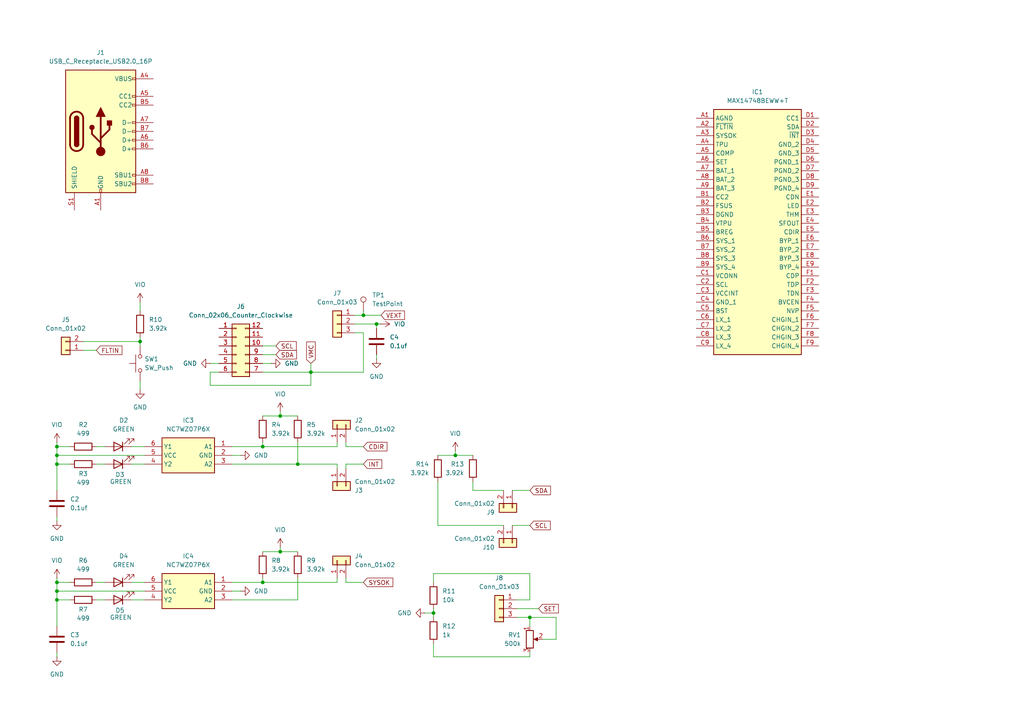
<source format=kicad_sch>
(kicad_sch (version 20250114) (generator "eeschema") (generator_version "9.0")
  (paper "A4")
  (lib_symbols
    (symbol "Connector:TestPoint" (pin_numbers (hide yes)) (pin_names (offset 0.762) (hide yes))
      (property "Reference" "TP" (at 0 6.858 0))
      (property "Value" "TestPoint" (at 0 5.08 0))
      (symbol "TestPoint_0_1"
        (circle (center 0 3.302) (radius 0.762))
      )
      (symbol "TestPoint_1_1"
        (pin passive line (at 0 0 90) (length 2.54) (name "1") (number "1"))
      )
    )
    (symbol "Connector:USB_C_Receptacle_USB2.0_16P" (pin_names (offset 1.016))
      (property "Reference" "J" (at 0 22.225 0))
      (property "Value" "USB_C_Receptacle_USB2.0_16P" (at 0 19.685 0))
      (symbol "USB_C_Receptacle_USB2.0_16P_0_0"
        (rectangle (start -0.254 -17.78) (end 0.254 -16.764))
        (rectangle (start 10.16 15.494) (end 9.144 14.986))
        (rectangle (start 10.16 10.414) (end 9.144 9.906))
        (rectangle (start 10.16 7.874) (end 9.144 7.366))
        (rectangle (start 10.16 2.794) (end 9.144 2.286))
        (rectangle (start 10.16 0.254) (end 9.144 -0.254))
        (rectangle (start 10.16 -2.286) (end 9.144 -2.794))
        (rectangle (start 10.16 -4.826) (end 9.144 -5.334))
        (rectangle (start 10.16 -12.446) (end 9.144 -12.954))
        (rectangle (start 10.16 -14.986) (end 9.144 -15.494))
      )
      (symbol "USB_C_Receptacle_USB2.0_16P_0_1"
        (rectangle (start -10.16 17.78) (end 10.16 -17.78) (stroke (width 0.254)) (fill (type background)))
        (polyline (pts (xy -8.89 -3.81) (xy -8.89 3.81)) (stroke (width 0.508)))
        (rectangle (start -7.62 -3.81) (end -6.35 3.81) (stroke (width 0.254)) (fill (type outline)))
        (arc (start -7.62 3.81) (mid -6.985 4.4423) (end -6.35 3.81) (stroke (width 0.254)))
        (arc (start -7.62 3.81) (mid -6.985 4.4423) (end -6.35 3.81) (stroke (width 0.254)) (fill (type outline)))
        (arc (start -8.89 3.81) (mid -6.985 5.7067) (end -5.08 3.81) (stroke (width 0.508)))
        (arc (start -5.08 -3.81) (mid -6.985 -5.7067) (end -8.89 -3.81) (stroke (width 0.508)))
        (arc (start -6.35 -3.81) (mid -6.985 -4.4423) (end -7.62 -3.81) (stroke (width 0.254)))
        (arc (start -6.35 -3.81) (mid -6.985 -4.4423) (end -7.62 -3.81) (stroke (width 0.254)) (fill (type outline)))
        (polyline (pts (xy -5.08 3.81) (xy -5.08 -3.81)) (stroke (width 0.508)))
        (circle (center -2.54 1.143) (radius 0.635) (stroke (width 0.254)) (fill (type outline)))
        (polyline (pts (xy -1.27 4.318) (xy 0 6.858) (xy 1.27 4.318) (xy -1.27 4.318)) (stroke (width 0.254)) (fill (type outline)))
        (polyline (pts (xy 0 -2.032) (xy 2.54 0.508) (xy 2.54 1.778)) (stroke (width 0.508)))
        (polyline (pts (xy 0 -3.302) (xy -2.54 -0.762) (xy -2.54 0.508)) (stroke (width 0.508)))
        (polyline (pts (xy 0 -5.842) (xy 0 4.318)) (stroke (width 0.508)))
        (circle (center 0 -5.842) (radius 1.27) (fill (type outline)))
        (rectangle (start 1.905 1.778) (end 3.175 3.048) (stroke (width 0.254)) (fill (type outline)))
      )
      (symbol "USB_C_Receptacle_USB2.0_16P_1_1"
        (pin passive line (at -7.62 -22.86 90) (length 5.08) (name "SHIELD") (number "S1"))
        (pin passive line (at 0 -22.86 90) (length 5.08) (name "GND") (number "A1"))
        (pin passive line (at 0 -22.86 90) (length 5.08) (hide yes) (name "GND") (number "A12"))
        (pin passive line (at 0 -22.86 90) (length 5.08) (hide yes) (name "GND") (number "B1"))
        (pin passive line (at 0 -22.86 90) (length 5.08) (hide yes) (name "GND") (number "B12"))
        (pin passive line (at 15.24 15.24 180) (length 5.08) (name "VBUS") (number "A4"))
        (pin passive line (at 15.24 15.24 180) (length 5.08) (hide yes) (name "VBUS") (number "A9"))
        (pin passive line (at 15.24 15.24 180) (length 5.08) (hide yes) (name "VBUS") (number "B4"))
        (pin passive line (at 15.24 15.24 180) (length 5.08) (hide yes) (name "VBUS") (number "B9"))
        (pin bidirectional line (at 15.24 10.16 180) (length 5.08) (name "CC1") (number "A5"))
        (pin bidirectional line (at 15.24 7.62 180) (length 5.08) (name "CC2") (number "B5"))
        (pin bidirectional line (at 15.24 2.54 180) (length 5.08) (name "D-") (number "A7"))
        (pin bidirectional line (at 15.24 0 180) (length 5.08) (name "D-") (number "B7"))
        (pin bidirectional line (at 15.24 -2.54 180) (length 5.08) (name "D+") (number "A6"))
        (pin bidirectional line (at 15.24 -5.08 180) (length 5.08) (name "D+") (number "B6"))
        (pin bidirectional line (at 15.24 -12.7 180) (length 5.08) (name "SBU1") (number "A8"))
        (pin bidirectional line (at 15.24 -15.24 180) (length 5.08) (name "SBU2") (number "B8"))
      )
    )
    (symbol "Connector_Generic:Conn_01x02" (pin_names (offset 1.016) (hide yes))
      (property "Reference" "J" (at 0 2.54 0))
      (property "Value" "Conn_01x02" (at 0 -5.08 0))
      (symbol "Conn_01x02_1_1"
        (rectangle (start -1.27 1.27) (end 1.27 -3.81) (stroke (width 0.254)) (fill (type background)))
        (rectangle (start -1.27 0.127) (end 0 -0.127) (stroke (width 0.1524)))
        (rectangle (start -1.27 -2.413) (end 0 -2.667) (stroke (width 0.1524)))
        (pin passive line (at -5.08 0 0) (length 3.81) (name "Pin_1") (number "1"))
        (pin passive line (at -5.08 -2.54 0) (length 3.81) (name "Pin_2") (number "2"))
      )
    )
    (symbol "Connector_Generic:Conn_01x03" (pin_names (offset 1.016) (hide yes))
      (property "Reference" "J" (at 0 5.08 0))
      (property "Value" "Conn_01x03" (at 0 -5.08 0))
      (symbol "Conn_01x03_1_1"
        (rectangle (start -1.27 3.81) (end 1.27 -3.81) (stroke (width 0.254)) (fill (type background)))
        (rectangle (start -1.27 2.667) (end 0 2.413) (stroke (width 0.1524)))
        (rectangle (start -1.27 0.127) (end 0 -0.127) (stroke (width 0.1524)))
        (rectangle (start -1.27 -2.413) (end 0 -2.667) (stroke (width 0.1524)))
        (pin passive line (at -5.08 2.54 0) (length 3.81) (name "Pin_1") (number "1"))
        (pin passive line (at -5.08 0 0) (length 3.81) (name "Pin_2") (number "2"))
        (pin passive line (at -5.08 -2.54 0) (length 3.81) (name "Pin_3") (number "3"))
      )
    )
    (symbol "Connector_Generic:Conn_02x06_Counter_Clockwise" (pin_names (offset 1.016) (hide yes))
      (property "Reference" "J" (at 1.27 7.62 0))
      (property "Value" "Conn_02x06_Counter_Clockwise" (at 1.27 -10.16 0))
      (symbol "Conn_02x06_Counter_Clockwise_1_1"
        (rectangle (start -1.27 6.35) (end 3.81 -8.89) (stroke (width 0.254)) (fill (type background)))
        (rectangle (start -1.27 5.207) (end 0 4.953) (stroke (width 0.1524)))
        (rectangle (start -1.27 2.667) (end 0 2.413) (stroke (width 0.1524)))
        (rectangle (start -1.27 0.127) (end 0 -0.127) (stroke (width 0.1524)))
        (rectangle (start -1.27 -2.413) (end 0 -2.667) (stroke (width 0.1524)))
        (rectangle (start -1.27 -4.953) (end 0 -5.207) (stroke (width 0.1524)))
        (rectangle (start -1.27 -7.493) (end 0 -7.747) (stroke (width 0.1524)))
        (rectangle (start 3.81 5.207) (end 2.54 4.953) (stroke (width 0.1524)))
        (rectangle (start 3.81 2.667) (end 2.54 2.413) (stroke (width 0.1524)))
        (rectangle (start 3.81 0.127) (end 2.54 -0.127) (stroke (width 0.1524)))
        (rectangle (start 3.81 -2.413) (end 2.54 -2.667) (stroke (width 0.1524)))
        (rectangle (start 3.81 -4.953) (end 2.54 -5.207) (stroke (width 0.1524)))
        (rectangle (start 3.81 -7.493) (end 2.54 -7.747) (stroke (width 0.1524)))
        (pin passive line (at -5.08 5.08 0) (length 3.81) (name "Pin_1") (number "1"))
        (pin passive line (at -5.08 2.54 0) (length 3.81) (name "Pin_2") (number "2"))
        (pin passive line (at -5.08 0 0) (length 3.81) (name "Pin_3") (number "3"))
        (pin passive line (at -5.08 -2.54 0) (length 3.81) (name "Pin_4") (number "4"))
        (pin passive line (at -5.08 -5.08 0) (length 3.81) (name "Pin_5") (number "5"))
        (pin passive line (at -5.08 -7.62 0) (length 3.81) (name "Pin_6") (number "6"))
        (pin passive line (at 7.62 5.08 180) (length 3.81) (name "Pin_12") (number "12"))
        (pin passive line (at 7.62 2.54 180) (length 3.81) (name "Pin_11") (number "11"))
        (pin passive line (at 7.62 0 180) (length 3.81) (name "Pin_10") (number "10"))
        (pin passive line (at 7.62 -2.54 180) (length 3.81) (name "Pin_9") (number "9"))
        (pin passive line (at 7.62 -5.08 180) (length 3.81) (name "Pin_8") (number "8"))
        (pin passive line (at 7.62 -7.62 180) (length 3.81) (name "Pin_7") (number "7"))
      )
    )
    (symbol "Device:C" (pin_numbers (hide yes)) (pin_names (offset 0.254))
      (property "Reference" "C" (at 0.635 2.54 0))
      (property "Value" "C" (at 0.635 -2.54 0))
      (symbol "C_0_1"
        (polyline (pts (xy -2.032 0.762) (xy 2.032 0.762)) (stroke (width 0.508)))
        (polyline (pts (xy -2.032 -0.762) (xy 2.032 -0.762)) (stroke (width 0.508)))
      )
      (symbol "C_1_1"
        (pin passive line (at 0 3.81 270) (length 2.794) (name "~") (number "1"))
        (pin passive line (at 0 -3.81 90) (length 2.794) (name "~") (number "2"))
      )
    )
    (symbol "Device:LED" (pin_numbers (hide yes)) (pin_names (offset 1.016) (hide yes))
      (property "Reference" "D" (at 0 2.54 0))
      (property "Value" "LED" (at 0 -2.54 0))
      (symbol "LED_0_1"
        (polyline (pts (xy -3.048 -0.762) (xy -4.572 -2.286) (xy -3.81 -2.286) (xy -4.572 -2.286) (xy -4.572 -1.524)))
        (polyline (pts (xy -1.778 -0.762) (xy -3.302 -2.286) (xy -2.54 -2.286) (xy -3.302 -2.286) (xy -3.302 -1.524)))
        (polyline (pts (xy -1.27 0) (xy 1.27 0)))
        (polyline (pts (xy -1.27 -1.27) (xy -1.27 1.27)) (stroke (width 0.254)))
        (polyline (pts (xy 1.27 -1.27) (xy 1.27 1.27) (xy -1.27 0) (xy 1.27 -1.27)) (stroke (width 0.254)))
      )
      (symbol "LED_1_1"
        (pin passive line (at -3.81 0 0) (length 2.54) (name "K") (number "1"))
        (pin passive line (at 3.81 0 180) (length 2.54) (name "A") (number "2"))
      )
    )
    (symbol "Device:R" (pin_numbers (hide yes)) (pin_names (offset 0))
      (property "Reference" "R" (at 2.032 0 90))
      (property "Value" "R" (at 0 0 90))
      (symbol "R_0_1"
        (rectangle (start -1.016 -2.54) (end 1.016 2.54) (stroke (width 0.254)))
      )
      (symbol "R_1_1"
        (pin passive line (at 0 3.81 270) (length 1.27) (name "~") (number "1"))
        (pin passive line (at 0 -3.81 90) (length 1.27) (name "~") (number "2"))
      )
    )
    (symbol "Device:R_Potentiometer" (pin_names (offset 1.016) (hide yes))
      (property "Reference" "RV" (at -4.445 0 90))
      (property "Value" "R_Potentiometer" (at -2.54 0 90))
      (symbol "R_Potentiometer_0_1"
        (rectangle (start 1.016 2.54) (end -1.016 -2.54) (stroke (width 0.254)))
        (polyline (pts (xy 1.143 0) (xy 2.286 0.508) (xy 2.286 -0.508) (xy 1.143 0)) (fill (type outline)))
        (polyline (pts (xy 2.54 0) (xy 1.524 0)))
      )
      (symbol "R_Potentiometer_1_1"
        (pin passive line (at 0 3.81 270) (length 1.27) (name "1") (number "1"))
        (pin passive line (at 0 -3.81 90) (length 1.27) (name "3") (number "3"))
        (pin passive line (at 3.81 0 180) (length 1.27) (name "2") (number "2"))
      )
    )
    (symbol "MAX14748_Demo:MAX14748BEWW+T"
      (property "Reference" "IC" (at 31.75 7.62 0))
      (property "Value" "MAX14748BEWW+T" (at 31.75 5.08 0))
      (symbol "MAX14748BEWW+T_1_1"
        (rectangle (start 5.08 2.54) (end 30.48 -68.58) (stroke (width 0.254)) (fill (type background)))
        (pin passive line (at 0 0 0) (length 5.08) (name "AGND") (number "A1"))
        (pin passive line (at 0 -2.54 0) (length 5.08) (name "~{FLTIN}") (number "A2"))
        (pin passive line (at 0 -5.08 0) (length 5.08) (name "SYSOK") (number "A3"))
        (pin passive line (at 0 -7.62 0) (length 5.08) (name "TPU") (number "A4"))
        (pin passive line (at 0 -10.16 0) (length 5.08) (name "COMP") (number "A5"))
        (pin passive line (at 0 -12.7 0) (length 5.08) (name "SET") (number "A6"))
        (pin passive line (at 0 -15.24 0) (length 5.08) (name "BAT_1") (number "A7"))
        (pin passive line (at 0 -17.78 0) (length 5.08) (name "BAT_2") (number "A8"))
        (pin passive line (at 0 -20.32 0) (length 5.08) (name "BAT_3") (number "A9"))
        (pin passive line (at 0 -22.86 0) (length 5.08) (name "CC2") (number "B1"))
        (pin passive line (at 0 -25.4 0) (length 5.08) (name "FSUS") (number "B2"))
        (pin passive line (at 0 -27.94 0) (length 5.08) (name "DGND") (number "B3"))
        (pin passive line (at 0 -30.48 0) (length 5.08) (name "VTPU") (number "B4"))
        (pin passive line (at 0 -33.02 0) (length 5.08) (name "BREG") (number "B5"))
        (pin passive line (at 0 -35.56 0) (length 5.08) (name "SYS_1") (number "B6"))
        (pin passive line (at 0 -38.1 0) (length 5.08) (name "SYS_2") (number "B7"))
        (pin passive line (at 0 -40.64 0) (length 5.08) (name "SYS_3") (number "B8"))
        (pin passive line (at 0 -43.18 0) (length 5.08) (name "SYS_4") (number "B9"))
        (pin passive line (at 0 -45.72 0) (length 5.08) (name "VCONN") (number "C1"))
        (pin passive line (at 0 -48.26 0) (length 5.08) (name "SCL") (number "C2"))
        (pin passive line (at 0 -50.8 0) (length 5.08) (name "VCCINT") (number "C3"))
        (pin passive line (at 0 -53.34 0) (length 5.08) (name "GND_1") (number "C4"))
        (pin passive line (at 0 -55.88 0) (length 5.08) (name "BST") (number "C5"))
        (pin passive line (at 0 -58.42 0) (length 5.08) (name "LX_1") (number "C6"))
        (pin passive line (at 0 -60.96 0) (length 5.08) (name "LX_2") (number "C7"))
        (pin passive line (at 0 -63.5 0) (length 5.08) (name "LX_3") (number "C8"))
        (pin passive line (at 0 -66.04 0) (length 5.08) (name "LX_4") (number "C9"))
        (pin passive line (at 35.56 0 180) (length 5.08) (name "CC1") (number "D1"))
        (pin passive line (at 35.56 -2.54 180) (length 5.08) (name "SDA") (number "D2"))
        (pin passive line (at 35.56 -5.08 180) (length 5.08) (name "~{INT}") (number "D3"))
        (pin passive line (at 35.56 -7.62 180) (length 5.08) (name "GND_2") (number "D4"))
        (pin passive line (at 35.56 -10.16 180) (length 5.08) (name "GND_3") (number "D5"))
        (pin passive line (at 35.56 -12.7 180) (length 5.08) (name "PGND_1") (number "D6"))
        (pin passive line (at 35.56 -15.24 180) (length 5.08) (name "PGND_2") (number "D7"))
        (pin passive line (at 35.56 -17.78 180) (length 5.08) (name "PGND_3") (number "D8"))
        (pin passive line (at 35.56 -20.32 180) (length 5.08) (name "PGND_4") (number "D9"))
        (pin passive line (at 35.56 -22.86 180) (length 5.08) (name "CDN") (number "E1"))
        (pin passive line (at 35.56 -25.4 180) (length 5.08) (name "LED") (number "E2"))
        (pin passive line (at 35.56 -27.94 180) (length 5.08) (name "THM") (number "E3"))
        (pin passive line (at 35.56 -30.48 180) (length 5.08) (name "SFOUT") (number "E4"))
        (pin passive line (at 35.56 -33.02 180) (length 5.08) (name "CDIR") (number "E5"))
        (pin passive line (at 35.56 -35.56 180) (length 5.08) (name "BYP_1") (number "E6"))
        (pin passive line (at 35.56 -38.1 180) (length 5.08) (name "BYP_2") (number "E7"))
        (pin passive line (at 35.56 -40.64 180) (length 5.08) (name "BYP_3") (number "E8"))
        (pin passive line (at 35.56 -43.18 180) (length 5.08) (name "BYP_4") (number "E9"))
        (pin passive line (at 35.56 -45.72 180) (length 5.08) (name "CDP") (number "F1"))
        (pin passive line (at 35.56 -48.26 180) (length 5.08) (name "TDP") (number "F2"))
        (pin passive line (at 35.56 -50.8 180) (length 5.08) (name "TDN") (number "F3"))
        (pin passive line (at 35.56 -53.34 180) (length 5.08) (name "BVCEN") (number "F4"))
        (pin passive line (at 35.56 -55.88 180) (length 5.08) (name "NVP") (number "F5"))
        (pin passive line (at 35.56 -58.42 180) (length 5.08) (name "CHGIN_1") (number "F6"))
        (pin passive line (at 35.56 -60.96 180) (length 5.08) (name "CHGIN_2") (number "F7"))
        (pin passive line (at 35.56 -63.5 180) (length 5.08) (name "CHGIN_3") (number "F8"))
        (pin passive line (at 35.56 -66.04 180) (length 5.08) (name "CHGIN_4") (number "F9"))
      )
    )
    (symbol "MAX14748_Demo:NC7WZ07P6X"
      (property "Reference" "IC" (at 21.59 7.62 0))
      (property "Value" "NC7WZ07P6X" (at 21.59 5.08 0))
      (symbol "NC7WZ07P6X_1_1"
        (rectangle (start 5.08 2.54) (end 20.32 -7.62) (stroke (width 0.254)) (fill (type background)))
        (pin passive line (at 0 0 0) (length 5.08) (name "A1") (number "1"))
        (pin passive line (at 0 -2.54 0) (length 5.08) (name "GND") (number "2"))
        (pin passive line (at 0 -5.08 0) (length 5.08) (name "A2") (number "3"))
        (pin passive line (at 25.4 0 180) (length 5.08) (name "Y1") (number "6"))
        (pin passive line (at 25.4 -2.54 180) (length 5.08) (name "VCC") (number "5"))
        (pin passive line (at 25.4 -5.08 180) (length 5.08) (name "Y2") (number "4"))
      )
    )
    (symbol "Switch:SW_Push" (pin_numbers (hide yes)) (pin_names (offset 1.016) (hide yes))
      (property "Reference" "SW" (at 1.27 2.54 0))
      (property "Value" "SW_Push" (at 0 -1.524 0))
      (symbol "SW_Push_0_1"
        (circle (center -2.032 0) (radius 0.508))
        (polyline (pts (xy 0 1.27) (xy 0 3.048)))
        (circle (center 2.032 0) (radius 0.508))
        (polyline (pts (xy 2.54 1.27) (xy -2.54 1.27)))
        (pin passive line (at -5.08 0 0) (length 2.54) (name "1") (number "1"))
        (pin passive line (at 5.08 0 180) (length 2.54) (name "2") (number "2"))
      )
    )
    (symbol "power:GND" (power) (pin_numbers (hide yes)) (pin_names (offset 0) (hide yes))
      (property "Value" "GND" (at 0 -3.81 0))
      (symbol "GND_0_1"
        (polyline (pts (xy 0 0) (xy 0 -1.27) (xy 1.27 -1.27) (xy 0 -2.54) (xy -1.27 -1.27) (xy 0 -1.27)))
      )
      (symbol "GND_1_1"
        (pin power_in line (at 0 0 270) (length 0) (name "~") (number "1"))
      )
    )
    (symbol "power:VCC" (power) (pin_numbers (hide yes)) (pin_names (offset 0) (hide yes))
      (property "Value" "VCC" (at 0 3.556 0))
      (symbol "VCC_0_1"
        (polyline (pts (xy -0.762 1.27) (xy 0 2.54)))
        (polyline (pts (xy 0 2.54) (xy 0.762 1.27)))
        (polyline (pts (xy 0 0) (xy 0 2.54)))
      )
      (symbol "VCC_1_1"
        (pin power_in line (at 0 0 90) (length 0) (name "~") (number "1"))
      )
    )
  )
  (junction (at 76.2 129.54))
  (junction (at 153.67 179.07))
  (junction (at 81.28 120.65))
  (junction (at 81.28 160.02))
  (junction (at 16.51 171.45))
  (junction (at 40.64 99.06))
  (junction (at 86.36 134.62))
  (junction (at 105.41 91.44))
  (junction (at 16.51 132.08))
  (junction (at 16.51 168.91))
  (junction (at 109.22 93.98))
  (junction (at 16.51 173.99))
  (junction (at 125.73 177.8))
  (junction (at 16.51 129.54))
  (junction (at 90.17 107.95))
  (junction (at 132.08 132.08))
  (junction (at 16.51 134.62))
  (junction (at 76.2 168.91))
  (wire (pts (xy 16.51 129.54) (xy 16.51 132.08)))
  (wire (pts (xy 38.1 168.91) (xy 41.91 168.91)))
  (wire (pts (xy 76.2 168.91) (xy 76.2 167.64)))
  (wire (pts (xy 149.86 176.53) (xy 156.21 176.53)))
  (wire (pts (xy 161.29 185.42) (xy 161.29 179.07)))
  (wire (pts (xy 38.1 134.62) (xy 41.91 134.62)))
  (wire (pts (xy 137.16 132.08) (xy 132.08 132.08)))
  (wire (pts (xy 81.28 119.38) (xy 81.28 120.65)))
  (wire (pts (xy 105.41 90.17) (xy 105.41 91.44)))
  (wire (pts (xy 90.17 107.95) (xy 90.17 105.41)))
  (wire (pts (xy 40.64 87.63) (xy 40.64 90.17)))
  (wire (pts (xy 76.2 107.95) (xy 90.17 107.95)))
  (wire (pts (xy 40.64 110.49) (xy 40.64 113.03)))
  (wire (pts (xy 132.08 132.08) (xy 127 132.08)))
  (wire (pts (xy 86.36 134.62) (xy 97.79 134.62)))
  (wire (pts (xy 125.73 166.37) (xy 125.73 168.91)))
  (wire (pts (xy 125.73 176.53) (xy 125.73 177.8)))
  (wire (pts (xy 76.2 160.02) (xy 81.28 160.02)))
  (wire (pts (xy 60.96 107.95) (xy 60.96 111.76)))
  (wire (pts (xy 125.73 190.5) (xy 153.67 190.5)))
  (wire (pts (xy 76.2 105.41) (xy 78.74 105.41)))
  (wire (pts (xy 67.31 132.08) (xy 69.85 132.08)))
  (wire (pts (xy 109.22 93.98) (xy 109.22 95.25)))
  (wire (pts (xy 27.94 168.91) (xy 30.48 168.91)))
  (wire (pts (xy 16.51 128.27) (xy 16.51 129.54)))
  (wire (pts (xy 67.31 173.99) (xy 86.36 173.99)))
  (wire (pts (xy 100.33 129.54) (xy 105.41 129.54)))
  (wire (pts (xy 105.41 91.44) (xy 110.49 91.44)))
  (wire (pts (xy 81.28 120.65) (xy 86.36 120.65)))
  (wire (pts (xy 153.67 179.07) (xy 161.29 179.07)))
  (wire (pts (xy 127 152.4) (xy 146.05 152.4)))
  (wire (pts (xy 60.96 111.76) (xy 90.17 111.76)))
  (wire (pts (xy 27.94 173.99) (xy 30.48 173.99)))
  (wire (pts (xy 76.2 100.33) (xy 80.01 100.33)))
  (wire (pts (xy 67.31 134.62) (xy 86.36 134.62)))
  (wire (pts (xy 40.64 99.06) (xy 40.64 100.33)))
  (wire (pts (xy 16.51 134.62) (xy 20.32 134.62)))
  (wire (pts (xy 16.51 189.23) (xy 16.51 190.5)))
  (wire (pts (xy 16.51 132.08) (xy 41.91 132.08)))
  (wire (pts (xy 16.51 149.86) (xy 16.51 151.13)))
  (wire (pts (xy 127 139.7) (xy 127 152.4)))
  (wire (pts (xy 153.67 190.5) (xy 153.67 189.23)))
  (wire (pts (xy 105.41 96.52) (xy 102.87 96.52)))
  (wire (pts (xy 16.51 134.62) (xy 16.51 142.24)))
  (wire (pts (xy 97.79 168.91) (xy 97.79 167.64)))
  (wire (pts (xy 16.51 171.45) (xy 41.91 171.45)))
  (wire (pts (xy 86.36 134.62) (xy 86.36 128.27)))
  (wire (pts (xy 40.64 97.79) (xy 40.64 99.06)))
  (wire (pts (xy 149.86 179.07) (xy 153.67 179.07)))
  (wire (pts (xy 16.51 168.91) (xy 16.51 171.45)))
  (wire (pts (xy 27.94 129.54) (xy 30.48 129.54)))
  (wire (pts (xy 153.67 142.24) (xy 148.59 142.24)))
  (wire (pts (xy 153.67 152.4) (xy 148.59 152.4)))
  (wire (pts (xy 100.33 168.91) (xy 105.41 168.91)))
  (wire (pts (xy 76.2 129.54) (xy 97.79 129.54)))
  (wire (pts (xy 97.79 134.62) (xy 97.79 135.89)))
  (wire (pts (xy 16.51 173.99) (xy 20.32 173.99)))
  (wire (pts (xy 146.05 142.24) (xy 137.16 142.24)))
  (wire (pts (xy 67.31 171.45) (xy 69.85 171.45)))
  (wire (pts (xy 100.33 168.91) (xy 100.33 167.64)))
  (wire (pts (xy 16.51 168.91) (xy 20.32 168.91)))
  (wire (pts (xy 105.41 107.95) (xy 105.41 96.52)))
  (wire (pts (xy 86.36 173.99) (xy 86.36 167.64)))
  (wire (pts (xy 100.33 134.62) (xy 105.41 134.62)))
  (wire (pts (xy 67.31 129.54) (xy 76.2 129.54)))
  (wire (pts (xy 60.96 105.41) (xy 63.5 105.41)))
  (wire (pts (xy 153.67 173.99) (xy 153.67 166.37)))
  (wire (pts (xy 63.5 107.95) (xy 60.96 107.95)))
  (wire (pts (xy 38.1 173.99) (xy 41.91 173.99)))
  (wire (pts (xy 97.79 129.54) (xy 97.79 128.27)))
  (wire (pts (xy 125.73 177.8) (xy 125.73 179.07)))
  (wire (pts (xy 153.67 179.07) (xy 153.67 181.61)))
  (wire (pts (xy 16.51 173.99) (xy 16.51 181.61)))
  (wire (pts (xy 109.22 93.98) (xy 110.49 93.98)))
  (wire (pts (xy 76.2 102.87) (xy 80.01 102.87)))
  (wire (pts (xy 40.64 99.06) (xy 24.13 99.06)))
  (wire (pts (xy 100.33 129.54) (xy 100.33 128.27)))
  (wire (pts (xy 38.1 129.54) (xy 41.91 129.54)))
  (wire (pts (xy 16.51 167.64) (xy 16.51 168.91)))
  (wire (pts (xy 102.87 93.98) (xy 109.22 93.98)))
  (wire (pts (xy 76.2 168.91) (xy 97.79 168.91)))
  (wire (pts (xy 76.2 129.54) (xy 76.2 128.27)))
  (wire (pts (xy 125.73 177.8) (xy 123.19 177.8)))
  (wire (pts (xy 76.2 120.65) (xy 81.28 120.65)))
  (wire (pts (xy 90.17 111.76) (xy 90.17 107.95)))
  (wire (pts (xy 27.94 134.62) (xy 30.48 134.62)))
  (wire (pts (xy 81.28 158.75) (xy 81.28 160.02)))
  (wire (pts (xy 153.67 166.37) (xy 125.73 166.37)))
  (wire (pts (xy 67.31 168.91) (xy 76.2 168.91)))
  (wire (pts (xy 100.33 135.89) (xy 100.33 134.62)))
  (wire (pts (xy 149.86 173.99) (xy 153.67 173.99)))
  (wire (pts (xy 137.16 142.24) (xy 137.16 139.7)))
  (wire (pts (xy 109.22 102.87) (xy 109.22 104.14)))
  (wire (pts (xy 16.51 132.08) (xy 16.51 134.62)))
  (wire (pts (xy 125.73 186.69) (xy 125.73 190.5)))
  (wire (pts (xy 132.08 130.81) (xy 132.08 132.08)))
  (wire (pts (xy 81.28 160.02) (xy 86.36 160.02)))
  (wire (pts (xy 24.13 101.6) (xy 27.94 101.6)))
  (wire (pts (xy 90.17 107.95) (xy 105.41 107.95)))
  (wire (pts (xy 102.87 91.44) (xy 105.41 91.44)))
  (wire (pts (xy 157.48 185.42) (xy 161.29 185.42)))
  (wire (pts (xy 16.51 171.45) (xy 16.51 173.99)))
  (wire (pts (xy 16.51 129.54) (xy 20.32 129.54)))
  (global_label "VEXT" (shape input) (at 110.49 91.44 0) (property "Intersheetrefs" "${INTERSHEET_REFS}" (effects (hide yes))))
  (global_label "SDA" (shape input) (at 153.67 142.24 0) (property "Intersheetrefs" "${INTERSHEET_REFS}" (effects (hide yes))))
  (global_label "SET" (shape input) (at 156.21 176.53 0) (property "Intersheetrefs" "${INTERSHEET_REFS}" (effects (hide yes))))
  (global_label "SYSOK" (shape input) (at 105.41 168.91 0) (property "Intersheetrefs" "${INTERSHEET_REFS}" (effects (hide yes))))
  (global_label "INT" (shape input) (at 105.41 134.62 0) (property "Intersheetrefs" "${INTERSHEET_REFS}" (effects (hide yes))))
  (global_label "SDA" (shape input) (at 80.01 102.87 0) (property "Intersheetrefs" "${INTERSHEET_REFS}" (effects (hide yes))))
  (global_label "VMC" (shape input) (at 90.17 105.41 90) (property "Intersheetrefs" "${INTERSHEET_REFS}" (effects (hide yes))))
  (global_label "SCL" (shape input) (at 80.01 100.33 0) (property "Intersheetrefs" "${INTERSHEET_REFS}" (effects (hide yes))))
  (global_label "SCL" (shape input) (at 153.67 152.4 0) (property "Intersheetrefs" "${INTERSHEET_REFS}" (effects (hide yes))))
  (global_label "CDIR" (shape input) (at 105.41 129.54 0) (property "Intersheetrefs" "${INTERSHEET_REFS}" (effects (hide yes))))
  (global_label "FLTIN" (shape input) (at 27.94 101.6 0) (property "Intersheetrefs" "${INTERSHEET_REFS}" (effects (hide yes))))
  (symbol (lib_id "MAX14748_Demo:NC7WZ07P6X") (at 67.31 129.54 0) (mirror y) (unit 1)
    (property "Reference" "IC3" (at 54.61 121.92 0))
    (property "Value" "NC7WZ07P6X" (at 54.61 124.46 0))
    (property "Footprint" "SOT65P210X110-6N" (effects (hide yes)))
    (property "Datasheet" "https://www.onsemi.com/pub/Collateral/NC7WZ07-D.PDF" (effects (hide yes)))
    (property "Description" "Over-Voltage Tolerant Inputs Facilitate 5V to 3V Translation ; Ultra-Small MicroPak Packages; Proprietay Noise/EMI Reduction Circuitry ; Ultra-High Speed: tPZL 2.3ns (Typical) ; Power Down High Iimpedance Inputs/Outputs ; High IOL Output Drive: +24mA at 3V VCC ; Broad VCC Operating Range: 1.65V to 5.5V" (effects (hide yes)))
    (property "Height" "1.1" (effects (hide yes)))
    (property "Mouser Part Number" "512-NC7WZ07P6X" (effects (hide yes)))
    (property "Mouser Price/Stock" "https://www.mouser.co.uk/ProductDetail/onsemi-Fairchild/NC7WZ07P6X?qs=utFvTgNEmG4U5hUjGf3BdQ%3D%3D" (effects (hide yes)))
    (property "Manufacturer_Name" "onsemi" (effects (hide yes)))
    (property "Manufacturer_Part_Number" "NC7WZ07P6X" (effects (hide yes)))
  )
  (symbol (lib_id "Connector_Generic:Conn_01x02") (at 148.59 157.48 270) (unit 1)
    (property "Reference" "J10" (at 143.51 158.7501 90) (effects (justify right)))
    (property "Value" "Conn_01x02" (at 143.51 156.2101 90) (effects (justify right)))
    (property "Description" "Generic connector, single row, 01x02, script generated (kicad-library-utils/schlib/autogen/connector/)" (effects (hide yes)))
  )
  (symbol (lib_id "MAX14748_Demo:MAX14748BEWW+T") (at 201.93 34.29 0) (unit 1)
    (property "Reference" "IC1" (at 219.71 26.67 0))
    (property "Value" "MAX14748BEWW+T" (at 219.71 29.21 0))
    (property "Footprint" "BGA54C40P9X6_397X277X69" (effects (hide yes)))
    (property "Datasheet" "https://pdfserv.maximintegrated.com/en/ds/MAX14748.pdf" (effects (hide yes)))
    (property "Description" "Battery Management 2 Cell Charger with Type C support" (effects (hide yes)))
    (property "Height" "0.69" (effects (hide yes)))
    (property "Mouser Part Number" "700-MAX14748BEWW+T" (effects (hide yes)))
    (property "Mouser Price/Stock" "https://www.mouser.co.uk/ProductDetail/Maxim-Integrated/MAX14748BEWW%2bT?qs=byeeYqUIh0MvtS4BYshA6Q%3D%3D" (effects (hide yes)))
    (property "Manufacturer_Name" "Analog Devices" (effects (hide yes)))
    (property "Manufacturer_Part_Number" "MAX14748BEWW+T" (effects (hide yes)))
  )
  (symbol (lib_id "Connector_Generic:Conn_01x03") (at 144.78 176.53 0) (mirror y) (unit 1)
    (property "Reference" "J8" (at 144.78 167.64 0))
    (property "Value" "Conn_01x03" (at 144.78 170.18 0))
    (property "Description" "Generic connector, single row, 01x03, script generated (kicad-library-utils/schlib/autogen/connector/)" (effects (hide yes)))
  )
  (symbol (lib_id "Device:C") (at 16.51 185.42 0) (unit 1)
    (property "Reference" "C3" (at 20.32 184.1499 0) (effects (justify left)))
    (property "Value" "0.1uf" (at 20.32 186.6899 0) (effects (justify left)))
    (property "Description" "Unpolarized capacitor" (effects (hide yes)))
  )
  (symbol (lib_id "Connector_Generic:Conn_01x02") (at 97.79 162.56 90) (unit 1)
    (property "Reference" "J4" (at 102.87 161.2899 90) (effects (justify right)))
    (property "Value" "Conn_01x02" (at 102.87 163.8299 90) (effects (justify right)))
    (property "Description" "Generic connector, single row, 01x02, script generated (kicad-library-utils/schlib/autogen/connector/)" (effects (hide yes)))
  )
  (symbol (lib_id "Device:LED") (at 34.29 129.54 180) (unit 1)
    (property "Reference" "D2" (at 35.8775 121.92 0))
    (property "Value" "GREEN" (at 35.8775 124.46 0))
    (property "Description" "Light emitting diode" (effects (hide yes)))
    (property "Sim.Pins" "1=K 2=A" (effects (hide yes)))
  )
  (symbol (lib_id "power:GND") (at 78.74 105.41 90) (unit 1)
    (property "Reference" "#PWR012" (effects (hide yes)))
    (property "Value" "GND" (at 82.55 105.4099 90) (effects (justify right)))
    (property "Description" "Power symbol creates a global label with name \"GND\" , ground" (effects (hide yes)))
  )
  (symbol (lib_id "power:VCC") (at 40.64 87.63 0) (unit 1)
    (property "Reference" "#PWR09" (effects (hide yes)))
    (property "Value" "VIO" (at 40.64 82.55 0))
    (property "Description" "Power symbol creates a global label with name \"VCC\"" (effects (hide yes)))
  )
  (symbol (lib_id "power:VCC") (at 16.51 167.64 0) (unit 1)
    (property "Reference" "#PWR05" (effects (hide yes)))
    (property "Value" "VIO" (at 16.51 162.56 0))
    (property "Description" "Power symbol creates a global label with name \"VCC\"" (effects (hide yes)))
  )
  (symbol (lib_id "Device:R") (at 24.13 168.91 90) (unit 1)
    (property "Reference" "R6" (at 24.13 162.56 90))
    (property "Value" "499" (at 24.13 165.1 90))
    (property "Description" "Resistor" (effects (hide yes)))
  )
  (symbol (lib_id "power:GND") (at 60.96 105.41 270) (unit 1)
    (property "Reference" "#PWR011" (effects (hide yes)))
    (property "Value" "GND" (at 57.15 105.4099 90) (effects (justify right)))
    (property "Description" "Power symbol creates a global label with name \"GND\" , ground" (effects (hide yes)))
  )
  (symbol (lib_id "power:VCC") (at 110.49 93.98 270) (unit 1)
    (property "Reference" "#PWR014" (effects (hide yes)))
    (property "Value" "VIO" (at 114.3 93.9799 90) (effects (justify left)))
    (property "Description" "Power symbol creates a global label with name \"VCC\"" (effects (hide yes)))
  )
  (symbol (lib_id "Connector:TestPoint") (at 105.41 90.17 0) (unit 1)
    (property "Reference" "TP1" (at 107.95 85.5979 0) (effects (justify left)))
    (property "Value" "TestPoint" (at 107.95 88.1379 0) (effects (justify left)))
    (property "Description" "test point" (effects (hide yes)))
  )
  (symbol (lib_id "power:GND") (at 16.51 151.13 0) (unit 1)
    (property "Reference" "#PWR02" (effects (hide yes)))
    (property "Value" "GND" (at 16.51 156.21 0))
    (property "Description" "Power symbol creates a global label with name \"GND\" , ground" (effects (hide yes)))
  )
  (symbol (lib_id "power:GND") (at 109.22 104.14 0) (unit 1)
    (property "Reference" "#PWR013" (effects (hide yes)))
    (property "Value" "GND" (at 109.22 109.22 0))
    (property "Description" "Power symbol creates a global label with name \"GND\" , ground" (effects (hide yes)))
  )
  (symbol (lib_id "Device:R_Potentiometer") (at 153.67 185.42 0) (unit 1)
    (property "Reference" "RV1" (at 151.13 184.1499 0) (effects (justify right)))
    (property "Value" "500k" (at 151.13 186.6899 0) (effects (justify right)))
    (property "Description" "Potentiometer" (effects (hide yes)))
  )
  (symbol (lib_id "power:GND") (at 123.19 177.8 270) (unit 1)
    (property "Reference" "#PWR015" (effects (hide yes)))
    (property "Value" "GND" (at 119.38 177.7999 90) (effects (justify right)))
    (property "Description" "Power symbol creates a global label with name \"GND\" , ground" (effects (hide yes)))
  )
  (symbol (lib_id "Device:R") (at 40.64 93.98 180) (unit 1)
    (property "Reference" "R10" (at 43.18 92.7099 0) (effects (justify right)))
    (property "Value" "3.92k" (at 43.18 95.2499 0) (effects (justify right)))
    (property "Description" "Resistor" (effects (hide yes)))
  )
  (symbol (lib_id "power:VCC") (at 81.28 119.38 0) (unit 1)
    (property "Reference" "#PWR04" (effects (hide yes)))
    (property "Value" "VIO" (at 81.28 114.3 0))
    (property "Description" "Power symbol creates a global label with name \"VCC\"" (effects (hide yes)))
  )
  (symbol (lib_id "MAX14748_Demo:NC7WZ07P6X") (at 67.31 168.91 0) (mirror y) (unit 1)
    (property "Reference" "IC4" (at 54.61 161.29 0))
    (property "Value" "NC7WZ07P6X" (at 54.61 163.83 0))
    (property "Footprint" "SOT65P210X110-6N" (effects (hide yes)))
    (property "Datasheet" "https://www.onsemi.com/pub/Collateral/NC7WZ07-D.PDF" (effects (hide yes)))
    (property "Description" "Over-Voltage Tolerant Inputs Facilitate 5V to 3V Translation ; Ultra-Small MicroPak Packages; Proprietay Noise/EMI Reduction Circuitry ; Ultra-High Speed: tPZL 2.3ns (Typical) ; Power Down High Iimpedance Inputs/Outputs ; High IOL Output Drive: +24mA at 3V VCC ; Broad VCC Operating Range: 1.65V to 5.5V" (effects (hide yes)))
    (property "Height" "1.1" (effects (hide yes)))
    (property "Mouser Part Number" "512-NC7WZ07P6X" (effects (hide yes)))
    (property "Mouser Price/Stock" "https://www.mouser.co.uk/ProductDetail/onsemi-Fairchild/NC7WZ07P6X?qs=utFvTgNEmG4U5hUjGf3BdQ%3D%3D" (effects (hide yes)))
    (property "Manufacturer_Name" "onsemi" (effects (hide yes)))
    (property "Manufacturer_Part_Number" "NC7WZ07P6X" (effects (hide yes)))
  )
  (symbol (lib_id "power:GND") (at 40.64 113.03 0) (unit 1)
    (property "Reference" "#PWR010" (effects (hide yes)))
    (property "Value" "GND" (at 40.64 118.11 0))
    (property "Description" "Power symbol creates a global label with name \"GND\" , ground" (effects (hide yes)))
  )
  (symbol (lib_id "Device:R") (at 86.36 163.83 180) (unit 1)
    (property "Reference" "R9" (at 88.9 162.5599 0) (effects (justify right)))
    (property "Value" "3.92k" (at 88.9 165.0999 0) (effects (justify right)))
    (property "Description" "Resistor" (effects (hide yes)))
  )
  (symbol (lib_id "Device:C") (at 16.51 146.05 0) (unit 1)
    (property "Reference" "C2" (at 20.32 144.7799 0) (effects (justify left)))
    (property "Value" "0.1uf" (at 20.32 147.3199 0) (effects (justify left)))
    (property "Description" "Unpolarized capacitor" (effects (hide yes)))
  )
  (symbol (lib_id "Device:R") (at 24.13 173.99 90) (unit 1)
    (property "Reference" "R7" (at 24.13 176.784 90))
    (property "Value" "499" (at 24.13 179.324 90))
    (property "Description" "Resistor" (effects (hide yes)))
  )
  (symbol (lib_id "Device:LED") (at 34.29 134.62 180) (unit 1)
    (property "Reference" "D3" (at 34.798 137.668 0))
    (property "Value" "GREEN" (at 35.052 139.7 0))
    (property "Description" "Light emitting diode" (effects (hide yes)))
    (property "Sim.Pins" "1=K 2=A" (effects (hide yes)))
  )
  (symbol (lib_id "power:GND") (at 16.51 190.5 0) (unit 1)
    (property "Reference" "#PWR06" (effects (hide yes)))
    (property "Value" "GND" (at 16.51 195.58 0))
    (property "Description" "Power symbol creates a global label with name \"GND\" , ground" (effects (hide yes)))
  )
  (symbol (lib_id "Connector:USB_C_Receptacle_USB2.0_16P") (at 29.21 38.1 0) (unit 1)
    (property "Reference" "J1" (at 29.21 15.24 0))
    (property "Value" "USB_C_Receptacle_USB2.0_16P" (at 29.21 17.78 0))
    (property "Datasheet" "https://www.usb.org/sites/default/files/documents/usb_type-c.zip" (effects (hide yes)))
    (property "Description" "USB 2.0-only 16P Type-C Receptacle connector" (effects (hide yes)))
  )
  (symbol (lib_id "power:VCC") (at 16.51 128.27 0) (unit 1)
    (property "Reference" "#PWR01" (effects (hide yes)))
    (property "Value" "VIO" (at 16.51 123.19 0))
    (property "Description" "Power symbol creates a global label with name \"VCC\"" (effects (hide yes)))
  )
  (symbol (lib_id "Device:C") (at 109.22 99.06 0) (unit 1)
    (property "Reference" "C4" (at 113.03 97.7899 0) (effects (justify left)))
    (property "Value" "0.1uf" (at 113.03 100.3299 0) (effects (justify left)))
    (property "Description" "Unpolarized capacitor" (effects (hide yes)))
  )
  (symbol (lib_id "Device:R") (at 86.36 124.46 180) (unit 1)
    (property "Reference" "R5" (at 88.9 123.1899 0) (effects (justify right)))
    (property "Value" "3.92k" (at 88.9 125.7299 0) (effects (justify right)))
    (property "Description" "Resistor" (effects (hide yes)))
  )
  (symbol (lib_id "Connector_Generic:Conn_01x03") (at 97.79 93.98 0) (mirror y) (unit 1)
    (property "Reference" "J7" (at 97.79 85.09 0))
    (property "Value" "Conn_01x03" (at 97.79 87.63 0))
    (property "Description" "Generic connector, single row, 01x03, script generated (kicad-library-utils/schlib/autogen/connector/)" (effects (hide yes)))
  )
  (symbol (lib_id "power:VCC") (at 81.28 158.75 0) (unit 1)
    (property "Reference" "#PWR08" (effects (hide yes)))
    (property "Value" "VIO" (at 81.28 153.67 0))
    (property "Description" "Power symbol creates a global label with name \"VCC\"" (effects (hide yes)))
  )
  (symbol (lib_id "Device:LED") (at 34.29 173.99 180) (unit 1)
    (property "Reference" "D5" (at 34.798 177.038 0))
    (property "Value" "GREEN" (at 35.052 179.07 0))
    (property "Description" "Light emitting diode" (effects (hide yes)))
    (property "Sim.Pins" "1=K 2=A" (effects (hide yes)))
  )
  (symbol (lib_id "power:GND") (at 69.85 171.45 90) (unit 1)
    (property "Reference" "#PWR07" (effects (hide yes)))
    (property "Value" "GND" (at 73.66 171.4499 90) (effects (justify right)))
    (property "Description" "Power symbol creates a global label with name \"GND\" , ground" (effects (hide yes)))
  )
  (symbol (lib_id "Device:R") (at 137.16 135.89 0) (mirror x) (unit 1)
    (property "Reference" "R13" (at 134.62 134.6199 0) (effects (justify right)))
    (property "Value" "3.92k" (at 134.62 137.1599 0) (effects (justify right)))
    (property "Description" "Resistor" (effects (hide yes)))
  )
  (symbol (lib_id "Device:R") (at 76.2 124.46 180) (unit 1)
    (property "Reference" "R4" (at 78.74 123.1899 0) (effects (justify right)))
    (property "Value" "3.92k" (at 78.74 125.7299 0) (effects (justify right)))
    (property "Description" "Resistor" (effects (hide yes)))
  )
  (symbol (lib_id "Device:R") (at 125.73 182.88 180) (unit 1)
    (property "Reference" "R12" (at 128.27 181.6099 0) (effects (justify right)))
    (property "Value" "1k" (at 128.27 184.1499 0) (effects (justify right)))
    (property "Description" "Resistor" (effects (hide yes)))
  )
  (symbol (lib_id "Connector_Generic:Conn_01x02") (at 148.59 147.32 270) (unit 1)
    (property "Reference" "J9" (at 143.51 148.5901 90) (effects (justify right)))
    (property "Value" "Conn_01x02" (at 143.51 146.0501 90) (effects (justify right)))
    (property "Description" "Generic connector, single row, 01x02, script generated (kicad-library-utils/schlib/autogen/connector/)" (effects (hide yes)))
  )
  (symbol (lib_id "Connector_Generic:Conn_01x02") (at 19.05 101.6 180) (unit 1)
    (property "Reference" "J5" (at 19.05 92.71 0))
    (property "Value" "Conn_01x02" (at 19.05 95.25 0))
    (property "Description" "Generic connector, single row, 01x02, script generated (kicad-library-utils/schlib/autogen/connector/)" (effects (hide yes)))
  )
  (symbol (lib_id "Connector_Generic:Conn_01x02") (at 97.79 140.97 90) (mirror x) (unit 1)
    (property "Reference" "J3" (at 102.87 142.2401 90) (effects (justify right)))
    (property "Value" "Conn_01x02" (at 102.87 139.7001 90) (effects (justify right)))
    (property "Description" "Generic connector, single row, 01x02, script generated (kicad-library-utils/schlib/autogen/connector/)" (effects (hide yes)))
  )
  (symbol (lib_id "power:VCC") (at 132.08 130.81 0) (mirror y) (unit 1)
    (property "Reference" "#PWR016" (effects (hide yes)))
    (property "Value" "VIO" (at 132.08 125.73 0))
    (property "Description" "Power symbol creates a global label with name \"VCC\"" (effects (hide yes)))
  )
  (symbol (lib_id "Device:R") (at 125.73 172.72 180) (unit 1)
    (property "Reference" "R11" (at 128.27 171.4499 0) (effects (justify right)))
    (property "Value" "10k" (at 128.27 173.9899 0) (effects (justify right)))
    (property "Description" "Resistor" (effects (hide yes)))
  )
  (symbol (lib_id "Connector_Generic:Conn_02x06_Counter_Clockwise") (at 68.58 100.33 0) (unit 1)
    (property "Reference" "J6" (at 69.85 88.9 0))
    (property "Value" "Conn_02x06_Counter_Clockwise" (at 69.85 91.44 0))
    (property "Footprint" "Connector_Harwin:Harwin_Gecko-G125-FVX1205L0X_2x06_P1.25mm_Vertical" (effects (hide yes)))
    (property "Description" "Generic connector, double row, 02x06, counter clockwise pin numbering scheme (similar to DIP package numbering), script generated (kicad-library-utils/schlib/autogen/connector/)" (effects (hide yes)))
  )
  (symbol (lib_id "Device:R") (at 127 135.89 0) (mirror x) (unit 1)
    (property "Reference" "R14" (at 124.46 134.6199 0) (effects (justify right)))
    (property "Value" "3.92k" (at 124.46 137.1599 0) (effects (justify right)))
    (property "Description" "Resistor" (effects (hide yes)))
  )
  (symbol (lib_id "Device:R") (at 24.13 129.54 90) (unit 1)
    (property "Reference" "R2" (at 24.13 123.19 90))
    (property "Value" "499" (at 24.13 125.73 90))
    (property "Description" "Resistor" (effects (hide yes)))
  )
  (symbol (lib_id "power:GND") (at 69.85 132.08 90) (unit 1)
    (property "Reference" "#PWR03" (effects (hide yes)))
    (property "Value" "GND" (at 73.66 132.0799 90) (effects (justify right)))
    (property "Description" "Power symbol creates a global label with name \"GND\" , ground" (effects (hide yes)))
  )
  (symbol (lib_id "Connector_Generic:Conn_01x02") (at 97.79 123.19 90) (unit 1)
    (property "Reference" "J2" (at 102.87 121.9199 90) (effects (justify right)))
    (property "Value" "Conn_01x02" (at 102.87 124.4599 90) (effects (justify right)))
    (property "Description" "Generic connector, single row, 01x02, script generated (kicad-library-utils/schlib/autogen/connector/)" (effects (hide yes)))
  )
  (symbol (lib_id "Device:R") (at 76.2 163.83 180) (unit 1)
    (property "Reference" "R8" (at 78.74 162.5599 0) (effects (justify right)))
    (property "Value" "3.92k" (at 78.74 165.0999 0) (effects (justify right)))
    (property "Description" "Resistor" (effects (hide yes)))
  )
  (symbol (lib_id "Device:R") (at 24.13 134.62 90) (unit 1)
    (property "Reference" "R3" (at 24.13 137.414 90))
    (property "Value" "499" (at 24.13 139.954 90))
    (property "Description" "Resistor" (effects (hide yes)))
  )
  (symbol (lib_id "Switch:SW_Push") (at 40.64 105.41 90) (unit 1)
    (property "Reference" "SW1" (at 41.91 104.1399 90) (effects (justify right)))
    (property "Value" "SW_Push" (at 41.91 106.6799 90) (effects (justify right)))
    (property "Description" "Push button switch, generic, two pins" (effects (hide yes)))
  )
  (symbol (lib_id "Device:LED") (at 34.29 168.91 180) (unit 1)
    (property "Reference" "D4" (at 35.8775 161.29 0))
    (property "Value" "GREEN" (at 35.8775 163.83 0))
    (property "Description" "Light emitting diode" (effects (hide yes)))
    (property "Sim.Pins" "1=K 2=A" (effects (hide yes)))
  )
)
</source>
